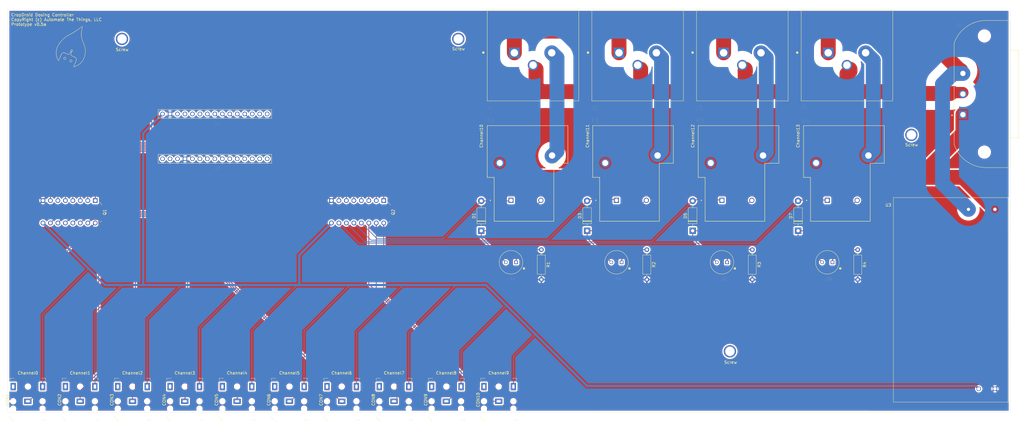
<source format=kicad_pcb>
(kicad_pcb (version 20171130) (host pcbnew 5.1.5-52549c5~84~ubuntu18.04.1)
  (title_block (title "CropDroid Dosing Controller") (date 2020-02-10) (rev 0.4a) (company "Automate The Things, LLC") (comment 3 "License: Proprietary") (comment 4 "Author: Jeremy Hahn"))
  (layers (0 F.Cu signal) (31 B.Cu signal) (34 B.Paste user) (35 F.Paste user) (36 B.SilkS user) (37 F.SilkS user) (38 B.Mask user) (39 F.Mask user) (44 Edge.Cuts user))
  (net 0 "")
  (net 1 "Net-(CON1-Pad1)")
  (net 2 "Net-(CON1-Pad2)")
  (net 3 "Net-(CON1-Pad3)")
  (net 4 "Net-(CON2-Pad3)")
  (net 5 "Net-(CON2-Pad1)")
  (net 6 "Net-(CON3-Pad3)")
  (net 7 "Net-(CON3-Pad1)")
  (net 8 "Net-(CON4-Pad3)")
  (net 9 "Net-(CON4-Pad1)")
  (net 10 "Net-(CON5-Pad1)")
  (net 11 "Net-(CON5-Pad3)")
  (net 12 "Net-(CON6-Pad3)")
  (net 13 "Net-(CON6-Pad1)")
  (net 14 "Net-(CON7-Pad1)")
  (net 15 "Net-(CON7-Pad3)")
  (net 16 "Net-(CON8-Pad3)")
  (net 17 "Net-(CON9-Pad3)")
  (net 18 "Net-(CON9-Pad1)")
  (net 19 "Net-(CON10-Pad1)")
  (net 20 "Net-(CON10-Pad3)")
  (net 21 "Net-(D1-Pad2)")
  (net 22 "Net-(D1-Pad1)")
  (net 23 "Net-(D2-Pad1)")
  (net 24 "Net-(D3-Pad2)")
  (net 25 "Net-(D3-Pad1)")
  (net 26 "Net-(D4-Pad1)")
  (net 27 "Net-(D5-Pad1)")
  (net 28 "Net-(D5-Pad2)")
  (net 29 "Net-(D6-Pad1)")
  (net 30 "Net-(D7-Pad1)")
  (net 31 "Net-(D7-Pad2)")
  (net 32 "Net-(D8-Pad1)")
  (net 33 "Net-(J1-Pad1)")
  (net 34 "Net-(J1-Pad2)")
  (net 35 "Net-(J1-Pad3)")
  (net 36 "Net-(J2-Pad2)")
  (net 37 "Net-(J3-Pad2)")
  (net 38 "Net-(J4-Pad2)")
  (net 39 "Net-(Q1-Pad1)")
  (net 40 "Net-(Q1-Pad2)")
  (net 41 "Net-(Q1-Pad3)")
  (net 42 "Net-(Q1-Pad4)")
  (net 43 "Net-(Q1-Pad5)")
  (net 44 "Net-(Q1-Pad6)")
  (net 45 "Net-(Q1-Pad7)")
  (net 46 GND)
  (net 47 "Net-(Q2-Pad7)")
  (net 48 "Net-(Q2-Pad6)")
  (net 49 "Net-(Q2-Pad5)")
  (net 50 "Net-(Q2-Pad4)")
  (net 51 "Net-(Q2-Pad3)")
  (net 52 "Net-(Q2-Pad2)")
  (net 53 "Net-(Q2-Pad1)")
  (net 54 "Net-(U1-PadP$13)")
  (net 55 "Net-(U1-PadP$3)")
  (net 56 "Net-(U2-PadP$3)")
  (net 57 "Net-(U2-PadP$13)")
  (net 58 "Net-(U2-PadP$14)")
  (net 59 "Net-(U2-PadP$15)")
  (net 60 "Net-(J5-Pad1)")
  (net 61 "Net-(CON8-Pad1)")
  (net 62 "Net-(U2-PadP$2)")
  (net 63 "Net-(U2-PadP$1)")
  (net 64 "Net-(U1-PadP$11)")
  (net 65 "Net-(U1-PadP$10)")
  (net 66 "Net-(U1-PadP$2)")
  (net 67 "Net-(U1-PadP$1)")
  (net 68 "Net-(U1-PadP$12)")
  (module PPTC151LFBN-RC:PPTC151LFBN-RC (layer F.Cu) (at 130.872 83.035 180)
    (fp_text reference U2 (at 16.8653 -3.22461) (layer F.SilkS) (effects (font (size 1.002992 1.002992) (thickness 0.015))))
    (fp_text value PPTC151LFBN-RC)
    (pad P$15 thru_hole circle (at 35.56 0 180) (size 1.53 1.53) (drill 1.02) (layers *.Cu *.Mask) (net 59 "Net-(U2-PadP$15)"))
    (pad P$14 thru_hole circle (at 33.02 0 180) (size 1.53 1.53) (drill 1.02) (layers *.Cu *.Mask) (net 58 "Net-(U2-PadP$14)"))
    (pad P$13 thru_hole circle (at 30.48 0 180) (size 1.53 1.53) (drill 1.02) (layers *.Cu *.Mask) (net 57 "Net-(U2-PadP$13)"))
    (pad P$12 thru_hole circle (at 27.94 0 180) (size 1.53 1.53) (drill 1.02) (layers *.Cu *.Mask) (net 46 GND))
    (pad P$11 thru_hole circle (at 25.4 0 180) (size 1.53 1.53) (drill 1.02) (layers *.Cu *.Mask) (net 39 "Net-(Q1-Pad1)"))
    (pad P$10 thru_hole circle (at 22.86 0 180) (size 1.53 1.53) (drill 1.02) (layers *.Cu *.Mask) (net 40 "Net-(Q1-Pad2)"))
    (pad P$9 thru_hole circle (at 20.32 0 180) (size 1.53 1.53) (drill 1.02) (layers *.Cu *.Mask) (net 41 "Net-(Q1-Pad3)"))
    (pad P$8 thru_hole circle (at 17.78 0 180) (size 1.53 1.53) (drill 1.02) (layers *.Cu *.Mask) (net 42 "Net-(Q1-Pad4)"))
    (pad P$7 thru_hole circle (at 15.24 0 180) (size 1.53 1.53) (drill 1.02) (layers *.Cu *.Mask) (net 43 "Net-(Q1-Pad5)"))
    (pad P$6 thru_hole circle (at 12.7 0 180) (size 1.53 1.53) (drill 1.02) (layers *.Cu *.Mask) (net 44 "Net-(Q1-Pad6)"))
    (pad P$5 thru_hole circle (at 10.16 0 180) (size 1.53 1.53) (drill 1.02) (layers *.Cu *.Mask) (net 45 "Net-(Q1-Pad7)"))
    (pad P$4 thru_hole circle (at 7.62 0 180) (size 1.53 1.53) (drill 1.02) (layers *.Cu *.Mask) (net 53 "Net-(Q2-Pad1)"))
    (pad P$3 thru_hole circle (at 5.08 0 180) (size 1.53 1.53) (drill 1.02) (layers *.Cu *.Mask) (net 56 "Net-(U2-PadP$3)"))
    (pad P$2 thru_hole circle (at 2.54 0 180) (size 1.53 1.53) (drill 1.02) (layers *.Cu *.Mask) (net 62 "Net-(U2-PadP$2)"))
    (pad P$1 thru_hole circle (at 0 0 180) (size 1.53 1.53) (drill 1.02) (layers *.Cu *.Mask) (net 63 "Net-(U2-PadP$1)"))
  )
  (module PPTC151LFBN-RC:PPTC151LFBN-RC (layer F.Cu) (at 130.872 67.795 180)
    (fp_text reference U1 (at 16.8653 -3.22461) (layer F.SilkS) (effects (font (size 1.002992 1.002992) (thickness 0.015))))
    (fp_text value PPTC151LFBN-RC)
    (pad P$15 thru_hole circle (at 35.56 0 180) (size 1.53 1.53) (drill 1.02) (layers *.Cu *.Mask) (net 2 "Net-(CON1-Pad2)"))
    (pad P$14 thru_hole circle (at 33.02 0 180) (size 1.53 1.53) (drill 1.02) (layers *.Cu *.Mask) (net 46 GND))
    (pad P$13 thru_hole circle (at 30.48 0 180) (size 1.53 1.53) (drill 1.02) (layers *.Cu *.Mask) (net 54 "Net-(U1-PadP$13)"))
    (pad P$12 thru_hole circle (at 27.94 0 180) (size 1.53 1.53) (drill 1.02) (layers *.Cu *.Mask) (net 68 "Net-(U1-PadP$12)"))
    (pad P$11 thru_hole circle (at 25.4 0 180) (size 1.53 1.53) (drill 1.02) (layers *.Cu *.Mask) (net 64 "Net-(U1-PadP$11)"))
    (pad P$10 thru_hole circle (at 22.86 0 180) (size 1.53 1.53) (drill 1.02) (layers *.Cu *.Mask) (net 65 "Net-(U1-PadP$10)"))
    (pad P$9 thru_hole circle (at 20.32 0 180) (size 1.53 1.53) (drill 1.02) (layers *.Cu *.Mask) (net 47 "Net-(Q2-Pad7)"))
    (pad P$8 thru_hole circle (at 17.78 0 180) (size 1.53 1.53) (drill 1.02) (layers *.Cu *.Mask) (net 48 "Net-(Q2-Pad6)"))
    (pad P$7 thru_hole circle (at 15.24 0 180) (size 1.53 1.53) (drill 1.02) (layers *.Cu *.Mask) (net 49 "Net-(Q2-Pad5)"))
    (pad P$6 thru_hole circle (at 12.7 0 180) (size 1.53 1.53) (drill 1.02) (layers *.Cu *.Mask) (net 50 "Net-(Q2-Pad4)"))
    (pad P$5 thru_hole circle (at 10.16 0 180) (size 1.53 1.53) (drill 1.02) (layers *.Cu *.Mask) (net 51 "Net-(Q2-Pad3)"))
    (pad P$4 thru_hole circle (at 7.62 0 180) (size 1.53 1.53) (drill 1.02) (layers *.Cu *.Mask) (net 52 "Net-(Q2-Pad2)"))
    (pad P$3 thru_hole circle (at 5.08 0 180) (size 1.53 1.53) (drill 1.02) (layers *.Cu *.Mask) (net 55 "Net-(U1-PadP$3)"))
    (pad P$2 thru_hole circle (at 2.54 0 180) (size 1.53 1.53) (drill 1.02) (layers *.Cu *.Mask) (net 66 "Net-(U1-PadP$2)"))
    (pad P$1 thru_hole circle (at 0 0 180) (size 1.53 1.53) (drill 1.02) (layers *.Cu *.Mask) (net 67 "Net-(U1-PadP$1)"))
  )
  (module QUALTEK_703W-00:QUALTEK_703W-00_52 (layer F.Cu) (at 367.33988 68.01866 90)
    (fp_text reference J5 (at 30.44952 -1.51384 180) (layer F.SilkS) (effects (font (size 1.001969 1.001969) (thickness 0.015))))
    (fp_text value 703W-00_52)
    (pad None np_thru_hole circle (at -12.75 7.3 90) (size 3.5 3.5) (drill 3.5) (layers *.Cu *.Mask))
    (pad None np_thru_hole circle (at 26.75 7.3 90) (size 3.5 3.5) (drill 3.5) (layers *.Cu *.Mask))
    (pad 1 thru_hole rect (at 0 0 90) (size 2.7 2.7) (drill 1.8) (layers *.Cu *.Mask) (net 60 "Net-(J5-Pad1)"))
    (pad 2 thru_hole circle (at 7 0 90) (size 2.7 2.7) (drill 1.8) (layers *.Cu *.Mask) (net 35 "Net-(J1-Pad3)"))
    (pad 3 thru_hole circle (at 14 0 90) (size 2.7 2.7) (drill 1.8) (layers *.Cu *.Mask) (net 33 "Net-(J1-Pad1)"))
  )
  (module digikey-footprints:Headphone_Jack_3.5mm_SJ1-3523N (layer F.Cu) (at 49.534 160.441 90)
    (fp_text reference CON1 (at -4.5 -7 90) (layer F.SilkS))
    (fp_text value SJ1-3523N)
    (pad "" np_thru_hole circle (at -7.5 5 90) (size 1.2 1.2) (drill 1.2) (layers *.Cu *.Mask))
    (pad "" np_thru_hole circle (at -5 5 90) (size 1.2 1.2) (drill 1.2) (layers *.Cu *.Mask))
    (pad "" np_thru_hole circle (at -7.5 -5 90) (size 1.2 1.2) (drill 1.2) (layers *.Cu *.Mask))
    (pad "" np_thru_hole circle (at -5 -5 90) (size 1.2 1.2) (drill 1.2) (layers *.Cu *.Mask))
    (pad "" np_thru_hole circle (at 0 0 90) (size 1.2 1.2) (drill 1.2) (layers *.Cu *.Mask))
    (pad 1 thru_hole rect (at -5 0 90) (size 1.8 2.5) (drill oval 0.8 1.5) (layers *.Cu *.Mask) (net 1 "Net-(CON1-Pad1)"))
    (pad 2 thru_hole rect (at 0 5 90) (size 2.5 1.8) (drill oval 1.5 0.8) (layers *.Cu *.Mask) (net 2 "Net-(CON1-Pad2)"))
    (pad 3 thru_hole rect (at 0 -5 90) (size 2.5 1.8) (drill oval 1.5 0.8) (layers *.Cu *.Mask) (net 3 "Net-(CON1-Pad3)"))
  )
  (module digikey-footprints:DIP-16_W7.62mm (layer F.Cu) (at 170.48988 97.22866 270)
    (fp_text reference Q2 (at 3.94 -3.2 90) (layer F.SilkS))
    (fp_text value ULN2003AN)
    (pad 9 thru_hole circle (at 7.62 17.78 270) (size 1.6 1.6) (drill 1) (layers *.Cu *.Mask) (net 2 "Net-(CON1-Pad2)"))
    (pad 8 thru_hole circle (at 0 17.78 270) (size 1.6 1.6) (drill 1) (layers *.Cu *.Mask) (net 46 GND))
    (pad 16 thru_hole circle (at 7.62 0 270) (size 1.6 1.6) (drill 1) (layers *.Cu *.Mask) (net 19 "Net-(CON10-Pad1)"))
    (pad 15 thru_hole circle (at 7.62 2.54 270) (size 1.6 1.6) (drill 1) (layers *.Cu *.Mask) (net 18 "Net-(CON9-Pad1)"))
    (pad 14 thru_hole circle (at 7.62 5.08 270) (size 1.6 1.6) (drill 1) (layers *.Cu *.Mask) (net 61 "Net-(CON8-Pad1)"))
    (pad 13 thru_hole circle (at 7.62 7.62 270) (size 1.6 1.6) (drill 1) (layers *.Cu *.Mask) (net 21 "Net-(D1-Pad2)"))
    (pad 12 thru_hole circle (at 7.62 10.16 270) (size 1.6 1.6) (drill 1) (layers *.Cu *.Mask) (net 24 "Net-(D3-Pad2)"))
    (pad 11 thru_hole circle (at 7.62 12.7 270) (size 1.6 1.6) (drill 1) (layers *.Cu *.Mask) (net 28 "Net-(D5-Pad2)"))
    (pad 10 thru_hole circle (at 7.62 15.24 270) (size 1.6 1.6) (drill 1) (layers *.Cu *.Mask) (net 31 "Net-(D7-Pad2)"))
    (pad 7 thru_hole circle (at 0 15.24 270) (size 1.6 1.6) (drill 1) (layers *.Cu *.Mask) (net 47 "Net-(Q2-Pad7)"))
    (pad 6 thru_hole circle (at 0 12.7 270) (size 1.6 1.6) (drill 1) (layers *.Cu *.Mask) (net 48 "Net-(Q2-Pad6)"))
    (pad 5 thru_hole circle (at 0 10.16 270) (size 1.6 1.6) (drill 1) (layers *.Cu *.Mask) (net 49 "Net-(Q2-Pad5)"))
    (pad 4 thru_hole circle (at 0 7.62 270) (size 1.6 1.6) (drill 1) (layers *.Cu *.Mask) (net 50 "Net-(Q2-Pad4)"))
    (pad 3 thru_hole circle (at 0 5.08 270) (size 1.6 1.6) (drill 1) (layers *.Cu *.Mask) (net 51 "Net-(Q2-Pad3)"))
    (pad 2 thru_hole circle (at 0 2.54 270) (size 1.6 1.6) (drill 1) (layers *.Cu *.Mask) (net 52 "Net-(Q2-Pad2)"))
    (pad 1 thru_hole rect (at 0 0 270) (size 1.6 1.6) (drill 1) (layers *.Cu *.Mask) (net 53 "Net-(Q2-Pad1)"))
  )
  (module drill-hole:Drill_Hole (layer F.Cu) (at 199.99452 43.1292)
    (fp_text reference Screw (at -4.10464 2.53746) (layer F.SilkS))
    (fp_text value Drill)
    (pad 1 thru_hole circle (at -4.16052 -0.8382) (size 4.199999 4.199999) (drill 3.200001) (layers *.Cu *.Mask))
  )
  (module drill-hole:Drill_Hole (layer F.Cu) (at 288.1503 148.47316)
    (fp_text reference Screw (at 0.21336 3.72364) (layer F.SilkS))
    (fp_text value Drill)
    (pad 1 thru_hole circle (at 0 0) (size 4.2 4.2) (drill 3.2) (layers *.Cu *.Mask))
  )
  (module drill-hole:Drill_Hole (layer F.Cu) (at 349.82 74.907)
    (fp_text reference Screw (at 0.05588 3.37566) (layer F.SilkS))
    (fp_text value Drill)
    (pad 1 thru_hole circle (at 0 0) (size 4.2 4.2) (drill 3.2) (layers *.Cu *.Mask))
  )
  (module drill-hole:Drill_Hole (layer F.Cu) (at 83.34248 42.11828)
    (fp_text reference Screw (at -1.7526 3.80238) (layer F.SilkS))
    (fp_text value Drill)
    (pad 1 thru_hole circle (at -1.80848 0.17272) (size 4.199999 4.199999) (drill 3.200001) (layers *.Cu *.Mask))
  )
  (module libraries:cropdroid_logo (layer F.Cu) (at 64.10452 44.8945)
    (fp_text reference G*** hide)
    (fp_text value LOGO hide)
  )
  (module digikey-footprints:Headphone_Jack_3.5mm_SJ1-3523N (layer F.Cu) (at 67.31 160.441 90)
    (fp_text reference CON2 (at -4.5 -7 90) (layer F.SilkS))
    (fp_text value SJ1-3523N)
    (pad "" np_thru_hole circle (at -7.5 5 90) (size 1.2 1.2) (drill 1.2) (layers *.Cu *.Mask))
    (pad "" np_thru_hole circle (at -5 5 90) (size 1.2 1.2) (drill 1.2) (layers *.Cu *.Mask))
    (pad "" np_thru_hole circle (at -7.5 -5 90) (size 1.2 1.2) (drill 1.2) (layers *.Cu *.Mask))
    (pad "" np_thru_hole circle (at -5 -5 90) (size 1.2 1.2) (drill 1.2) (layers *.Cu *.Mask))
    (pad "" np_thru_hole circle (at 0 0 90) (size 1.2 1.2) (drill 1.2) (layers *.Cu *.Mask))
    (pad 1 thru_hole rect (at -5 0 90) (size 1.8 2.5) (drill oval 0.8 1.5) (layers *.Cu *.Mask) (net 5 "Net-(CON2-Pad1)"))
    (pad 2 thru_hole rect (at 0 5 90) (size 2.5 1.8) (drill oval 1.5 0.8) (layers *.Cu *.Mask) (net 2 "Net-(CON1-Pad2)"))
    (pad 3 thru_hole rect (at 0 -5 90) (size 2.5 1.8) (drill oval 1.5 0.8) (layers *.Cu *.Mask) (net 4 "Net-(CON2-Pad3)"))
  )
  (module digikey-footprints:Headphone_Jack_3.5mm_SJ1-3523N (layer F.Cu) (at 85.09 160.441 90)
    (fp_text reference CON3 (at -4.5 -7 90) (layer F.SilkS))
    (fp_text value SJ1-3523N)
    (pad "" np_thru_hole circle (at -7.5 5 90) (size 1.2 1.2) (drill 1.2) (layers *.Cu *.Mask))
    (pad "" np_thru_hole circle (at -5 5 90) (size 1.2 1.2) (drill 1.2) (layers *.Cu *.Mask))
    (pad "" np_thru_hole circle (at -7.5 -5 90) (size 1.2 1.2) (drill 1.2) (layers *.Cu *.Mask))
    (pad "" np_thru_hole circle (at -5 -5 90) (size 1.2 1.2) (drill 1.2) (layers *.Cu *.Mask))
    (pad "" np_thru_hole circle (at 0 0 90) (size 1.2 1.2) (drill 1.2) (layers *.Cu *.Mask))
    (pad 1 thru_hole rect (at -5 0 90) (size 1.8 2.5) (drill oval 0.8 1.5) (layers *.Cu *.Mask) (net 7 "Net-(CON3-Pad1)"))
    (pad 2 thru_hole rect (at 0 5 90) (size 2.5 1.8) (drill oval 1.5 0.8) (layers *.Cu *.Mask) (net 2 "Net-(CON1-Pad2)"))
    (pad 3 thru_hole rect (at 0 -5 90) (size 2.5 1.8) (drill oval 1.5 0.8) (layers *.Cu *.Mask) (net 6 "Net-(CON3-Pad3)"))
  )
  (module digikey-footprints:Headphone_Jack_3.5mm_SJ1-3523N (layer F.Cu) (at 102.87 160.441 90)
    (fp_text reference CON4 (at -4.5 -7 90) (layer F.SilkS))
    (fp_text value SJ1-3523N)
    (pad "" np_thru_hole circle (at -7.5 5 90) (size 1.2 1.2) (drill 1.2) (layers *.Cu *.Mask))
    (pad "" np_thru_hole circle (at -5 5 90) (size 1.2 1.2) (drill 1.2) (layers *.Cu *.Mask))
    (pad "" np_thru_hole circle (at -7.5 -5 90) (size 1.2 1.2) (drill 1.2) (layers *.Cu *.Mask))
    (pad "" np_thru_hole circle (at -5 -5 90) (size 1.2 1.2) (drill 1.2) (layers *.Cu *.Mask))
    (pad "" np_thru_hole circle (at 0 0 90) (size 1.2 1.2) (drill 1.2) (layers *.Cu *.Mask))
    (pad 1 thru_hole rect (at -5 0 90) (size 1.8 2.5) (drill oval 0.8 1.5) (layers *.Cu *.Mask) (net 9 "Net-(CON4-Pad1)"))
    (pad 2 thru_hole rect (at 0 5 90) (size 2.5 1.8) (drill oval 1.5 0.8) (layers *.Cu *.Mask) (net 2 "Net-(CON1-Pad2)"))
    (pad 3 thru_hole rect (at 0 -5 90) (size 2.5 1.8) (drill oval 1.5 0.8) (layers *.Cu *.Mask) (net 8 "Net-(CON4-Pad3)"))
  )
  (module digikey-footprints:Headphone_Jack_3.5mm_SJ1-3523N (layer F.Cu) (at 120.65 160.441 90)
    (fp_text reference CON5 (at -4.5 -7 90) (layer F.SilkS))
    (fp_text value SJ1-3523N)
    (pad "" np_thru_hole circle (at -7.5 5 90) (size 1.2 1.2) (drill 1.2) (layers *.Cu *.Mask))
    (pad "" np_thru_hole circle (at -5 5 90) (size 1.2 1.2) (drill 1.2) (layers *.Cu *.Mask))
    (pad "" np_thru_hole circle (at -7.5 -5 90) (size 1.2 1.2) (drill 1.2) (layers *.Cu *.Mask))
    (pad "" np_thru_hole circle (at -5 -5 90) (size 1.2 1.2) (drill 1.2) (layers *.Cu *.Mask))
    (pad "" np_thru_hole circle (at 0 0 90) (size 1.2 1.2) (drill 1.2) (layers *.Cu *.Mask))
    (pad 1 thru_hole rect (at -5 0 90) (size 1.8 2.5) (drill oval 0.8 1.5) (layers *.Cu *.Mask) (net 10 "Net-(CON5-Pad1)"))
    (pad 2 thru_hole rect (at 0 5 90) (size 2.5 1.8) (drill oval 1.5 0.8) (layers *.Cu *.Mask) (net 2 "Net-(CON1-Pad2)"))
    (pad 3 thru_hole rect (at 0 -5 90) (size 2.5 1.8) (drill oval 1.5 0.8) (layers *.Cu *.Mask) (net 11 "Net-(CON5-Pad3)"))
  )
  (module digikey-footprints:Headphone_Jack_3.5mm_SJ1-3523N (layer F.Cu) (at 138.43 160.441 90)
    (fp_text reference CON6 (at -4.5 -7 90) (layer F.SilkS))
    (fp_text value SJ1-3523N)
    (pad "" np_thru_hole circle (at -7.5 5 90) (size 1.2 1.2) (drill 1.2) (layers *.Cu *.Mask))
    (pad "" np_thru_hole circle (at -5 5 90) (size 1.2 1.2) (drill 1.2) (layers *.Cu *.Mask))
    (pad "" np_thru_hole circle (at -7.5 -5 90) (size 1.2 1.2) (drill 1.2) (layers *.Cu *.Mask))
    (pad "" np_thru_hole circle (at -5 -5 90) (size 1.2 1.2) (drill 1.2) (layers *.Cu *.Mask))
    (pad "" np_thru_hole circle (at 0 0 90) (size 1.2 1.2) (drill 1.2) (layers *.Cu *.Mask))
    (pad 1 thru_hole rect (at -5 0 90) (size 1.8 2.5) (drill oval 0.8 1.5) (layers *.Cu *.Mask) (net 13 "Net-(CON6-Pad1)"))
    (pad 2 thru_hole rect (at 0 5 90) (size 2.5 1.8) (drill oval 1.5 0.8) (layers *.Cu *.Mask) (net 2 "Net-(CON1-Pad2)"))
    (pad 3 thru_hole rect (at 0 -5 90) (size 2.5 1.8) (drill oval 1.5 0.8) (layers *.Cu *.Mask) (net 12 "Net-(CON6-Pad3)"))
  )
  (module digikey-footprints:Headphone_Jack_3.5mm_SJ1-3523N (layer F.Cu) (at 156.21 160.441 90)
    (fp_text reference CON7 (at -4.5 -7 90) (layer F.SilkS))
    (fp_text value SJ1-3523N)
    (pad "" np_thru_hole circle (at -7.5 5 90) (size 1.2 1.2) (drill 1.2) (layers *.Cu *.Mask))
    (pad "" np_thru_hole circle (at -5 5 90) (size 1.2 1.2) (drill 1.2) (layers *.Cu *.Mask))
    (pad "" np_thru_hole circle (at -7.5 -5 90) (size 1.2 1.2) (drill 1.2) (layers *.Cu *.Mask))
    (pad "" np_thru_hole circle (at -5 -5 90) (size 1.2 1.2) (drill 1.2) (layers *.Cu *.Mask))
    (pad "" np_thru_hole circle (at 0 0 90) (size 1.2 1.2) (drill 1.2) (layers *.Cu *.Mask))
    (pad 1 thru_hole rect (at -5 0 90) (size 1.8 2.5) (drill oval 0.8 1.5) (layers *.Cu *.Mask) (net 14 "Net-(CON7-Pad1)"))
    (pad 2 thru_hole rect (at 0 5 90) (size 2.5 1.8) (drill oval 1.5 0.8) (layers *.Cu *.Mask) (net 2 "Net-(CON1-Pad2)"))
    (pad 3 thru_hole rect (at 0 -5 90) (size 2.5 1.8) (drill oval 1.5 0.8) (layers *.Cu *.Mask) (net 15 "Net-(CON7-Pad3)"))
  )
  (module digikey-footprints:Headphone_Jack_3.5mm_SJ1-3523N (layer F.Cu) (at 173.99 160.441 90)
    (fp_text reference CON8 (at -4.5 -7 90) (layer F.SilkS))
    (fp_text value SJ1-3523N)
    (pad "" np_thru_hole circle (at -7.5 5 90) (size 1.2 1.2) (drill 1.2) (layers *.Cu *.Mask))
    (pad "" np_thru_hole circle (at -5 5 90) (size 1.2 1.2) (drill 1.2) (layers *.Cu *.Mask))
    (pad "" np_thru_hole circle (at -7.5 -5 90) (size 1.2 1.2) (drill 1.2) (layers *.Cu *.Mask))
    (pad "" np_thru_hole circle (at -5 -5 90) (size 1.2 1.2) (drill 1.2) (layers *.Cu *.Mask))
    (pad "" np_thru_hole circle (at 0 0 90) (size 1.2 1.2) (drill 1.2) (layers *.Cu *.Mask))
    (pad 1 thru_hole rect (at -5 0 90) (size 1.8 2.5) (drill oval 0.8 1.5) (layers *.Cu *.Mask) (net 61 "Net-(CON8-Pad1)"))
    (pad 2 thru_hole rect (at 0 5 90) (size 2.5 1.8) (drill oval 1.5 0.8) (layers *.Cu *.Mask) (net 2 "Net-(CON1-Pad2)"))
    (pad 3 thru_hole rect (at 0 -5 90) (size 2.5 1.8) (drill oval 1.5 0.8) (layers *.Cu *.Mask) (net 16 "Net-(CON8-Pad3)"))
  )
  (module digikey-footprints:Headphone_Jack_3.5mm_SJ1-3523N (layer F.Cu) (at 191.77 160.441 90)
    (fp_text reference CON9 (at -4.5 -7 90) (layer F.SilkS))
    (fp_text value SJ1-3523N)
    (pad "" np_thru_hole circle (at -7.5 5 90) (size 1.2 1.2) (drill 1.2) (layers *.Cu *.Mask))
    (pad "" np_thru_hole circle (at -5 5 90) (size 1.2 1.2) (drill 1.2) (layers *.Cu *.Mask))
    (pad "" np_thru_hole circle (at -7.5 -5 90) (size 1.2 1.2) (drill 1.2) (layers *.Cu *.Mask))
    (pad "" np_thru_hole circle (at -5 -5 90) (size 1.2 1.2) (drill 1.2) (layers *.Cu *.Mask))
    (pad "" np_thru_hole circle (at 0 0 90) (size 1.2 1.2) (drill 1.2) (layers *.Cu *.Mask))
    (pad 1 thru_hole rect (at -5 0 90) (size 1.8 2.5) (drill oval 0.8 1.5) (layers *.Cu *.Mask) (net 18 "Net-(CON9-Pad1)"))
    (pad 2 thru_hole rect (at 0 5 90) (size 2.5 1.8) (drill oval 1.5 0.8) (layers *.Cu *.Mask) (net 2 "Net-(CON1-Pad2)"))
    (pad 3 thru_hole rect (at 0 -5 90) (size 2.5 1.8) (drill oval 1.5 0.8) (layers *.Cu *.Mask) (net 17 "Net-(CON9-Pad3)"))
  )
  (module digikey-footprints:Headphone_Jack_3.5mm_SJ1-3523N (layer F.Cu) (at 209.55 160.441 90)
    (fp_text reference CON10 (at -4.5 -7 90) (layer F.SilkS))
    (fp_text value SJ1-3523N)
    (pad "" np_thru_hole circle (at -7.5 5 90) (size 1.2 1.2) (drill 1.2) (layers *.Cu *.Mask))
    (pad "" np_thru_hole circle (at -5 5 90) (size 1.2 1.2) (drill 1.2) (layers *.Cu *.Mask))
    (pad "" np_thru_hole circle (at -7.5 -5 90) (size 1.2 1.2) (drill 1.2) (layers *.Cu *.Mask))
    (pad "" np_thru_hole circle (at -5 -5 90) (size 1.2 1.2) (drill 1.2) (layers *.Cu *.Mask))
    (pad "" np_thru_hole circle (at 0 0 90) (size 1.2 1.2) (drill 1.2) (layers *.Cu *.Mask))
    (pad 1 thru_hole rect (at -5 0 90) (size 1.8 2.5) (drill oval 0.8 1.5) (layers *.Cu *.Mask) (net 19 "Net-(CON10-Pad1)"))
    (pad 2 thru_hole rect (at 0 5 90) (size 2.5 1.8) (drill oval 1.5 0.8) (layers *.Cu *.Mask) (net 2 "Net-(CON1-Pad2)"))
    (pad 3 thru_hole rect (at 0 -5 90) (size 2.5 1.8) (drill oval 1.5 0.8) (layers *.Cu *.Mask) (net 20 "Net-(CON10-Pad3)"))
  )
  (module Diode_THT:D_DO-41_SOD81_P10.16mm_Horizontal (layer F.Cu) (at 203.63434 107.48772 90)
    (fp_text reference D1 (at 5.08 -2.47 90) (layer F.SilkS))
    (fp_text value 1N4001)
    (pad 2 thru_hole oval (at 10.16 0 90) (size 2.2 2.2) (drill 1.1) (layers *.Cu *.Mask) (net 21 "Net-(D1-Pad2)"))
    (pad 1 thru_hole rect (at 0 0 90) (size 2.2 2.2) (drill 1.1) (layers *.Cu *.Mask) (net 22 "Net-(D1-Pad1)"))
  )
  (module libraries:CAPPRD350W60D800H2000 (layer F.Cu) (at 213.734 118.20398 180)
    (fp_text reference D2 (at -0.635 -5.715) (layer F.SilkS) (effects (font (thickness 0.015))))
    (fp_text value LED)
    (pad 2 thru_hole circle (at 1.75 0 180) (size 1.23 1.23) (drill 0.82) (layers *.Cu *.Mask) (net 22 "Net-(D1-Pad1)"))
    (pad 1 thru_hole rect (at -1.75 0 180) (size 1.23 1.23) (drill 0.82) (layers *.Cu *.Mask) (net 23 "Net-(D2-Pad1)"))
  )
  (module Diode_THT:D_DO-41_SOD81_P10.16mm_Horizontal (layer F.Cu) (at 239.61598 107.48772 90)
    (fp_text reference D3 (at 5.08 -2.47 90) (layer F.SilkS))
    (fp_text value 1N4001)
    (pad 2 thru_hole oval (at 10.16 0 90) (size 2.2 2.2) (drill 1.1) (layers *.Cu *.Mask) (net 24 "Net-(D3-Pad2)"))
    (pad 1 thru_hole rect (at 0 0 90) (size 2.2 2.2) (drill 1.1) (layers *.Cu *.Mask) (net 25 "Net-(D3-Pad1)"))
  )
  (module libraries:CAPPRD350W60D800H2000 (layer F.Cu) (at 249.584 118.20398 180)
    (fp_text reference D4 (at -0.635 -5.715) (layer F.SilkS) (effects (font (thickness 0.015))))
    (fp_text value LED)
    (pad 2 thru_hole circle (at 1.75 0 180) (size 1.23 1.23) (drill 0.82) (layers *.Cu *.Mask) (net 25 "Net-(D3-Pad1)"))
    (pad 1 thru_hole rect (at -1.75 0 180) (size 1.23 1.23) (drill 0.82) (layers *.Cu *.Mask) (net 26 "Net-(D4-Pad1)"))
  )
  (module Diode_THT:D_DO-41_SOD81_P10.16mm_Horizontal (layer F.Cu) (at 275.48332 107.48772 90)
    (fp_text reference D5 (at 5.08 -2.47 90) (layer F.SilkS))
    (fp_text value 1N4001)
    (pad 2 thru_hole oval (at 10.16 0 90) (size 2.2 2.2) (drill 1.1) (layers *.Cu *.Mask) (net 28 "Net-(D5-Pad2)"))
    (pad 1 thru_hole rect (at 0 0 90) (size 2.2 2.2) (drill 1.1) (layers *.Cu *.Mask) (net 27 "Net-(D5-Pad1)"))
  )
  (module libraries:CAPPRD350W60D800H2000 (layer F.Cu) (at 285.434 118.20398 180)
    (fp_text reference D6 (at -0.635 -5.715) (layer F.SilkS) (effects (font (thickness 0.015))))
    (fp_text value LED)
    (pad 2 thru_hole circle (at 1.75 0 180) (size 1.23 1.23) (drill 0.82) (layers *.Cu *.Mask) (net 27 "Net-(D5-Pad1)"))
    (pad 1 thru_hole rect (at -1.75 0 180) (size 1.23 1.23) (drill 0.82) (layers *.Cu *.Mask) (net 29 "Net-(D6-Pad1)"))
  )
  (module Diode_THT:D_DO-41_SOD81_P10.16mm_Horizontal (layer F.Cu) (at 311.32272 107.48772 90)
    (fp_text reference D7 (at 5.08 -2.47 90) (layer F.SilkS))
    (fp_text value 1N4001)
    (pad 2 thru_hole oval (at 10.16 0 90) (size 2.2 2.2) (drill 1.1) (layers *.Cu *.Mask) (net 31 "Net-(D7-Pad2)"))
    (pad 1 thru_hole rect (at 0 0 90) (size 2.2 2.2) (drill 1.1) (layers *.Cu *.Mask) (net 30 "Net-(D7-Pad1)"))
  )
  (module libraries:CAPPRD350W60D800H2000 (layer F.Cu) (at 321.248 118.20398 180)
    (fp_text reference D8 (at -0.635 -5.715) (layer F.SilkS) (effects (font (thickness 0.015))))
    (fp_text value LED)
    (pad 2 thru_hole circle (at 1.75 0 180) (size 1.23 1.23) (drill 0.82) (layers *.Cu *.Mask) (net 30 "Net-(D7-Pad1)"))
    (pad 1 thru_hole rect (at -1.75 0 180) (size 1.23 1.23) (drill 0.82) (layers *.Cu *.Mask) (net 32 "Net-(D8-Pad1)"))
  )
  (module 3-213598-2:TE_3-213598-2 (layer F.Cu) (at 221.234 47.811)
    (fp_text reference J1 (at -14.67 17.952) (layer F.SilkS) (effects (font (size 1.320047 1.320047) (thickness 0.015))))
    (fp_text value 3-213598-2)
    (pad 3 thru_hole circle (at 0 3.38) (size 3.556 3.556) (drill 2.54) (layers *.Cu *.Mask) (net 35 "Net-(J1-Pad3)"))
    (pad 2 thru_hole circle (at 6.35 -0.81) (size 3.556 3.556) (drill 2.54) (layers *.Cu *.Mask) (net 34 "Net-(J1-Pad2)"))
    (pad 1 thru_hole rect (at -6.35 -0.81) (size 3.556 3.556) (drill 2.54) (layers *.Cu *.Mask) (net 33 "Net-(J1-Pad1)"))
  )
  (module 3-213598-2:TE_3-213598-2 (layer F.Cu) (at 256.794 47.811)
    (fp_text reference J2 (at -14.67 17.952) (layer F.SilkS) (effects (font (size 1.320047 1.320047) (thickness 0.015))))
    (fp_text value 3-213598-2)
    (pad 3 thru_hole circle (at 0 3.38) (size 3.556 3.556) (drill 2.54) (layers *.Cu *.Mask) (net 35 "Net-(J1-Pad3)"))
    (pad 2 thru_hole circle (at 6.35 -0.81) (size 3.556 3.556) (drill 2.54) (layers *.Cu *.Mask) (net 36 "Net-(J2-Pad2)"))
    (pad 1 thru_hole rect (at -6.35 -0.81) (size 3.556 3.556) (drill 2.54) (layers *.Cu *.Mask) (net 33 "Net-(J1-Pad1)"))
  )
  (module 3-213598-2:TE_3-213598-2 (layer F.Cu) (at 292.354 47.811)
    (fp_text reference J3 (at -14.67 17.952) (layer F.SilkS) (effects (font (size 1.320047 1.320047) (thickness 0.015))))
    (fp_text value 3-213598-2)
    (pad 3 thru_hole circle (at 0 3.38) (size 3.556 3.556) (drill 2.54) (layers *.Cu *.Mask) (net 35 "Net-(J1-Pad3)"))
    (pad 2 thru_hole circle (at 6.35 -0.81) (size 3.556 3.556) (drill 2.54) (layers *.Cu *.Mask) (net 37 "Net-(J3-Pad2)"))
    (pad 1 thru_hole rect (at -6.35 -0.81) (size 3.556 3.556) (drill 2.54) (layers *.Cu *.Mask) (net 33 "Net-(J1-Pad1)"))
  )
  (module 3-213598-2:TE_3-213598-2 (layer F.Cu) (at 327.914 47.811)
    (fp_text reference J4 (at -14.67 17.698) (layer F.SilkS) (effects (font (size 1.320047 1.320047) (thickness 0.015))))
    (fp_text value 3-213598-2)
    (pad 3 thru_hole circle (at 0 3.38) (size 3.556 3.556) (drill 2.54) (layers *.Cu *.Mask) (net 35 "Net-(J1-Pad3)"))
    (pad 2 thru_hole circle (at 6.35 -0.81) (size 3.556 3.556) (drill 2.54) (layers *.Cu *.Mask) (net 38 "Net-(J4-Pad2)"))
    (pad 1 thru_hole rect (at -6.35 -0.81) (size 3.556 3.556) (drill 2.54) (layers *.Cu *.Mask) (net 33 "Net-(J1-Pad1)"))
  )
  (module T9AS1D12-15:RELAY_T9AS1D12-15 (layer F.Cu) (at 213.734 97.155)
    (fp_text reference K1 (at -6.916 -27.26) (layer F.SilkS) (effects (font (size 1.395488 1.395488) (thickness 0.015))))
    (fp_text value T9AS1D12-15)
    (pad 4 thru_hole circle (at 13.97 -15.24) (size 3.29 3.29) (drill 2.19) (layers *.Cu *.Mask) (net 34 "Net-(J1-Pad2)"))
    (pad 3 thru_hole circle (at -3.81 -12.7) (size 3.09 3.09) (drill 2.06) (layers *.Cu *.Mask) (net 60 "Net-(J5-Pad1)"))
    (pad 1 thru_hole rect (at 0 0) (size 1.76 1.76) (drill 1.17) (layers *.Cu *.Mask) (net 21 "Net-(D1-Pad2)"))
    (pad 2 thru_hole circle (at 10.16 0) (size 1.76 1.76) (drill 1.17) (layers *.Cu *.Mask) (net 22 "Net-(D1-Pad1)"))
  )
  (module T9AS1D12-15:RELAY_T9AS1D12-15 (layer F.Cu) (at 249.584 97.155)
    (fp_text reference K2 (at -7.206 -27.220035) (layer F.SilkS) (effects (font (size 1.395488 1.395488) (thickness 0.015))))
    (fp_text value T9AS1D12-15)
    (pad 4 thru_hole circle (at 13.97 -15.24) (size 3.29 3.29) (drill 2.19) (layers *.Cu *.Mask) (net 36 "Net-(J2-Pad2)"))
    (pad 3 thru_hole circle (at -3.81 -12.7) (size 3.09 3.09) (drill 2.06) (layers *.Cu *.Mask) (net 60 "Net-(J5-Pad1)"))
    (pad 1 thru_hole rect (at 0 0) (size 1.76 1.76) (drill 1.17) (layers *.Cu *.Mask) (net 24 "Net-(D3-Pad2)"))
    (pad 2 thru_hole circle (at 10.16 0) (size 1.76 1.76) (drill 1.17) (layers *.Cu *.Mask) (net 25 "Net-(D3-Pad1)"))
  )
  (module T9AS1D12-15:RELAY_T9AS1D12-15 (layer F.Cu) (at 285.434 97.155)
    (fp_text reference K3 (at -7.496 -27.164) (layer F.SilkS) (effects (font (size 1.395488 1.395488) (thickness 0.015))))
    (fp_text value T9AS1D12-15)
    (pad 4 thru_hole circle (at 13.97 -15.24) (size 3.29 3.29) (drill 2.19) (layers *.Cu *.Mask) (net 37 "Net-(J3-Pad2)"))
    (pad 3 thru_hole circle (at -3.81 -12.7) (size 3.09 3.09) (drill 2.06) (layers *.Cu *.Mask) (net 60 "Net-(J5-Pad1)"))
    (pad 1 thru_hole rect (at 0 0) (size 1.76 1.76) (drill 1.17) (layers *.Cu *.Mask) (net 28 "Net-(D5-Pad2)"))
    (pad 2 thru_hole circle (at 10.16 0) (size 1.76 1.76) (drill 1.17) (layers *.Cu *.Mask) (net 27 "Net-(D5-Pad1)"))
  )
  (module T9AS1D12-15:RELAY_T9AS1D12-15 (layer F.Cu) (at 321.248 97.155)
    (fp_text reference K4 (at -7.496 -26.96) (layer F.SilkS) (effects (font (size 1.395488 1.395488) (thickness 0.015))))
    (fp_text value T9AS1D12-15)
    (pad 4 thru_hole circle (at 13.97 -15.24) (size 3.29 3.29) (drill 2.19) (layers *.Cu *.Mask) (net 38 "Net-(J4-Pad2)"))
    (pad 3 thru_hole circle (at -3.81 -12.7) (size 3.09 3.09) (drill 2.06) (layers *.Cu *.Mask) (net 60 "Net-(J5-Pad1)"))
    (pad 1 thru_hole rect (at 0 0) (size 1.76 1.76) (drill 1.17) (layers *.Cu *.Mask) (net 31 "Net-(D7-Pad2)"))
    (pad 2 thru_hole circle (at 10.16 0) (size 1.76 1.76) (drill 1.17) (layers *.Cu *.Mask) (net 30 "Net-(D7-Pad1)"))
  )
  (module digikey-footprints:DIP-16_W7.62mm (layer F.Cu) (at 72.44588 97.22866 270)
    (fp_text reference Q1 (at 3.94 -3.2 90) (layer F.SilkS))
    (fp_text value ULN2003AN)
    (pad 9 thru_hole circle (at 7.62 17.78 270) (size 1.6 1.6) (drill 1) (layers *.Cu *.Mask) (net 2 "Net-(CON1-Pad2)"))
    (pad 8 thru_hole circle (at 0 17.78 270) (size 1.6 1.6) (drill 1) (layers *.Cu *.Mask) (net 46 GND))
    (pad 16 thru_hole circle (at 7.62 0 270) (size 1.6 1.6) (drill 1) (layers *.Cu *.Mask) (net 1 "Net-(CON1-Pad1)"))
    (pad 15 thru_hole circle (at 7.62 2.54 270) (size 1.6 1.6) (drill 1) (layers *.Cu *.Mask) (net 5 "Net-(CON2-Pad1)"))
    (pad 14 thru_hole circle (at 7.62 5.08 270) (size 1.6 1.6) (drill 1) (layers *.Cu *.Mask) (net 7 "Net-(CON3-Pad1)"))
    (pad 13 thru_hole circle (at 7.62 7.62 270) (size 1.6 1.6) (drill 1) (layers *.Cu *.Mask) (net 9 "Net-(CON4-Pad1)"))
    (pad 12 thru_hole circle (at 7.62 10.16 270) (size 1.6 1.6) (drill 1) (layers *.Cu *.Mask) (net 10 "Net-(CON5-Pad1)"))
    (pad 11 thru_hole circle (at 7.62 12.7 270) (size 1.6 1.6) (drill 1) (layers *.Cu *.Mask) (net 13 "Net-(CON6-Pad1)"))
    (pad 10 thru_hole circle (at 7.62 15.24 270) (size 1.6 1.6) (drill 1) (layers *.Cu *.Mask) (net 14 "Net-(CON7-Pad1)"))
    (pad 7 thru_hole circle (at 0 15.24 270) (size 1.6 1.6) (drill 1) (layers *.Cu *.Mask) (net 45 "Net-(Q1-Pad7)"))
    (pad 6 thru_hole circle (at 0 12.7 270) (size 1.6 1.6) (drill 1) (layers *.Cu *.Mask) (net 44 "Net-(Q1-Pad6)"))
    (pad 5 thru_hole circle (at 0 10.16 270) (size 1.6 1.6) (drill 1) (layers *.Cu *.Mask) (net 43 "Net-(Q1-Pad5)"))
    (pad 4 thru_hole circle (at 0 7.62 270) (size 1.6 1.6) (drill 1) (layers *.Cu *.Mask) (net 42 "Net-(Q1-Pad4)"))
    (pad 3 thru_hole circle (at 0 5.08 270) (size 1.6 1.6) (drill 1) (layers *.Cu *.Mask) (net 41 "Net-(Q1-Pad3)"))
    (pad 2 thru_hole circle (at 0 2.54 270) (size 1.6 1.6) (drill 1) (layers *.Cu *.Mask) (net 40 "Net-(Q1-Pad2)"))
    (pad 1 thru_hole rect (at 0 0 270) (size 1.6 1.6) (drill 1) (layers *.Cu *.Mask) (net 39 "Net-(Q1-Pad1)"))
  )
  (module Resistor_THT:R_Axial_DIN0207_L6.3mm_D2.5mm_P10.16mm_Horizontal (layer F.Cu) (at 224.06356 113.92408 270)
    (fp_text reference R1 (at 5.08 -2.37 90) (layer F.SilkS))
    (fp_text value R)
    (pad 2 thru_hole oval (at 10.16 0 270) (size 1.6 1.6) (drill 0.8) (layers *.Cu *.Mask) (net 46 GND))
    (pad 1 thru_hole circle (at 0 0 270) (size 1.6 1.6) (drill 0.8) (layers *.Cu *.Mask) (net 23 "Net-(D2-Pad1)"))
  )
  (module Resistor_THT:R_Axial_DIN0207_L6.3mm_D2.5mm_P10.16mm_Horizontal (layer F.Cu) (at 259.91356 113.92408 270)
    (fp_text reference R2 (at 5.08 -2.37 90) (layer F.SilkS))
    (fp_text value R)
    (pad 2 thru_hole oval (at 10.16 0 270) (size 1.6 1.6) (drill 0.8) (layers *.Cu *.Mask) (net 46 GND))
    (pad 1 thru_hole circle (at 0 0 270) (size 1.6 1.6) (drill 0.8) (layers *.Cu *.Mask) (net 26 "Net-(D4-Pad1)"))
  )
  (module Resistor_THT:R_Axial_DIN0207_L6.3mm_D2.5mm_P10.16mm_Horizontal (layer F.Cu) (at 295.76356 113.92408 270)
    (fp_text reference R3 (at 5.08 -2.37 90) (layer F.SilkS))
    (fp_text value R)
    (pad 2 thru_hole oval (at 10.16 0 270) (size 1.6 1.6) (drill 0.8) (layers *.Cu *.Mask) (net 46 GND))
    (pad 1 thru_hole circle (at 0 0 270) (size 1.6 1.6) (drill 0.8) (layers *.Cu *.Mask) (net 29 "Net-(D6-Pad1)"))
  )
  (module Resistor_THT:R_Axial_DIN0207_L6.3mm_D2.5mm_P10.16mm_Horizontal (layer F.Cu) (at 331.57756 113.92408 270)
    (fp_text reference R4 (at 5.08 -2.37 90) (layer F.SilkS))
    (fp_text value R)
    (pad 2 thru_hole oval (at 10.16 0 270) (size 1.6 1.6) (drill 0.8) (layers *.Cu *.Mask) (net 46 GND))
    (pad 1 thru_hole circle (at 0 0 270) (size 1.6 1.6) (drill 0.8) (layers *.Cu *.Mask) (net 32 "Net-(D8-Pad1)"))
  )
  (module IRM-30-12:IRM-30-12 (layer F.Cu) (at 343.71788 96.21266 270)
    (fp_text reference U3 (at 2.52984 1.73228 180) (layer F.SilkS))
    (fp_text value IRM-30-12)
    (pad 4 thru_hole circle (at 65 -29 270) (size 1.524 1.524) (drill 1.1) (layers *.Cu *.Mask) (net 2 "Net-(CON1-Pad2)"))
    (pad 3 thru_hole circle (at 65 -34.5 270) (size 1.524 1.524) (drill 1.1) (layers *.Cu *.Mask) (net 46 GND))
    (pad 2 thru_hole circle (at 4 -25.5 270) (size 1.524 1.524) (drill 1.1) (layers *.Cu *.Mask) (net 33 "Net-(J1-Pad1)"))
    (pad 1 thru_hole circle (at 4 -34.5 270) (size 1.524 1.524) (drill 1.1) (layers *.Cu *.Mask) (net 60 "Net-(J5-Pad1)"))
  )
  (gr_text Channel13 (at 311.29732 75.311 90) (layer F.SilkS) (effects (font (size 1 1))))
  (gr_text Channel12 (at 275.53412 75.311 90) (layer F.SilkS) (effects (font (size 1 1))))
  (gr_text Channel11 (at 239.75568 75.311 90) (layer F.SilkS) (effects (font (size 1 1))))
  (gr_text Channel10 (at 203.67752 75.311 90) (layer F.SilkS) (effects (font (size 1 1))))
  (gr_text Channel9 (at 209.55 155.83916) (layer F.SilkS) (effects (font (size 1 1))))
  (gr_text Channel8 (at 191.72936 155.83916) (layer F.SilkS) (effects (font (size 1 1))))
  (gr_text Channel7 (at 174.01286 155.83916) (layer F.SilkS) (effects (font (size 1 1))))
  (gr_text Channel6 (at 156.19222 155.83916) (layer F.SilkS) (effects (font (size 1 1))))
  (gr_text Channel5 (at 138.43762 155.83916) (layer F.SilkS) (effects (font (size 1 1))))
  (gr_text Channel4 (at 120.64746 155.83916) (layer F.SilkS) (effects (font (size 1 1))))
  (gr_text Channel3 (at 102.87508 155.83916) (layer F.SilkS) (effects (font (size 1 1))))
  (gr_text Channel2 (at 85.08492 155.83916) (layer F.SilkS) (effects (font (size 1 1))))
  (gr_text Channel1 (at 67.2973 155.83916) (layer F.SilkS) (effects (font (size 1 1))))
  (gr_text Channel0 (at 49.5427 155.83916) (layer F.SilkS) (effects (font (size 1 1))))
  (gr_text "CropDroid Dosing Controller\nCopyRight (c) Automate The Things, LLC\nPrototype v0.5a" (at 43.79468 35.71748) (layer F.SilkS) (effects (font (size 1 1)) (justify left)))
  (gr_line (start 42.734 169.141) (end 42.734 32.235) (layer Edge.Cuts) (width 0.05))
  (gr_line (start 383.39188 169.15266) (end 42.734 169.141) (layer Edge.Cuts) (width 0.05))
  (gr_line (start 383.34188 32.235) (end 383.39188 169.15266) (layer Edge.Cuts) (width 0.05))
  (gr_line (start 42.734 32.235) (end 383.34188 32.235) (layer Edge.Cuts) (width 0.05))
  (segment (start 71.645881 105.648659) (end 72.44588 104.84866) (width 0.254) (layer F.Cu) (net 1))
  (segment (start 49.884 165.441) (end 51.038 164.287) (width 0.254) (layer F.Cu) (net 1))
  (segment (start 51.038 126.25654) (end 71.645881 105.648659) (width 0.254) (layer F.Cu) (net 1))
  (segment (start 51.038 164.287) (end 51.038 126.25654) (width 0.254) (layer F.Cu) (net 1))
  (segment (start 49.534 165.441) (end 49.884 165.441) (width 0.254) (layer F.Cu) (net 1))
  (segment (start 141.78788 115.77066) (end 152.70988 104.84866) (width 0.762) (layer B.Cu) (net 2))
  (segment (start 141.78788 125.93066) (end 141.78788 115.77066) (width 0.762) (layer B.Cu) (net 2))
  (segment (start 81.58988 125.93066) (end 72.31 135.21054) (width 0.254) (layer B.Cu) (net 2))
  (segment (start 72.31 135.21054) (end 72.31 160.441) (width 0.254) (layer B.Cu) (net 2))
  (segment (start 81.58988 125.93066) (end 75.74788 125.93066) (width 0.762) (layer B.Cu) (net 2))
  (segment (start 83.87588 125.93066) (end 81.58988 125.93066) (width 0.762) (layer B.Cu) (net 2))
  (segment (start 101.65588 125.93066) (end 90.09 137.49654) (width 0.254) (layer B.Cu) (net 2))
  (segment (start 90.09 137.49654) (end 90.09 160.441) (width 0.254) (layer B.Cu) (net 2))
  (segment (start 107.87 140.54454) (end 107.87 160.441) (width 0.254) (layer B.Cu) (net 2))
  (segment (start 122.48388 125.93066) (end 101.65588 125.93066) (width 0.762) (layer B.Cu) (net 2))
  (segment (start 122.48388 125.93066) (end 107.87 140.54454) (width 0.254) (layer B.Cu) (net 2))
  (segment (start 125.65 141.30654) (end 125.65 160.441) (width 0.254) (layer B.Cu) (net 2))
  (segment (start 141.02588 125.93066) (end 122.48388 125.93066) (width 0.762) (layer B.Cu) (net 2))
  (segment (start 141.02588 125.93066) (end 125.65 141.30654) (width 0.254) (layer B.Cu) (net 2))
  (segment (start 141.78788 125.93066) (end 141.02588 125.93066) (width 0.762) (layer B.Cu) (net 2))
  (segment (start 161.21 141.81454) (end 161.21 160.441) (width 0.254) (layer B.Cu) (net 2))
  (segment (start 177.09388 125.93066) (end 161.21 141.81454) (width 0.254) (layer B.Cu) (net 2))
  (segment (start 178.99 142.06854) (end 178.99 160.441) (width 0.254) (layer B.Cu) (net 2))
  (segment (start 195.12788 125.93066) (end 178.99 142.06854) (width 0.254) (layer B.Cu) (net 2))
  (segment (start 195.12788 125.93066) (end 177.09388 125.93066) (width 0.762) (layer B.Cu) (net 2))
  (segment (start 205.28788 125.93066) (end 195.12788 125.93066) (width 0.762) (layer B.Cu) (net 2))
  (segment (start 196.77 148.41854) (end 196.77 161.62654) (width 0.254) (layer B.Cu) (net 2))
  (segment (start 212.27288 132.91566) (end 196.77 148.41854) (width 0.254) (layer B.Cu) (net 2))
  (segment (start 212.27288 132.91566) (end 205.28788 125.93066) (width 0.762) (layer B.Cu) (net 2))
  (segment (start 214.55 158.937) (end 214.55 160.441) (width 0.254) (layer B.Cu) (net 2))
  (segment (start 159.05988 125.93066) (end 143.43 141.56054) (width 0.254) (layer B.Cu) (net 2))
  (segment (start 143.43 141.56054) (end 143.43 160.441) (width 0.254) (layer B.Cu) (net 2))
  (segment (start 159.05988 125.93066) (end 141.78788 125.93066) (width 0.762) (layer B.Cu) (net 2))
  (segment (start 177.09388 125.93066) (end 159.05988 125.93066) (width 0.762) (layer B.Cu) (net 2))
  (segment (start 54.534 135.96854) (end 54.534 160.441) (width 0.254) (layer B.Cu) (net 2))
  (segment (start 70.15988 120.34266) (end 54.534 135.96854) (width 0.254) (layer B.Cu) (net 2))
  (segment (start 70.15988 120.34266) (end 54.66588 104.84866) (width 0.762) (layer B.Cu) (net 2))
  (segment (start 75.74788 125.93066) (end 70.15988 120.34266) (width 0.762) (layer B.Cu) (net 2))
  (segment (start 214.55 150.233) (end 214.55 160.441) (width 0.254) (layer B.Cu) (net 2))
  (segment (start 222.07011 142.71289) (end 212.27288 132.91566) (width 0.762) (layer B.Cu) (net 2))
  (segment (start 222.07011 142.71289) (end 214.55 150.233) (width 0.254) (layer B.Cu) (net 2))
  (segment (start 88.73834 74.36866) (end 95.312 67.795) (width 0.762) (layer B.Cu) (net 2))
  (segment (start 88.73834 125.93066) (end 83.87588 125.93066) (width 0.762) (layer B.Cu) (net 2))
  (segment (start 88.73834 125.93066) (end 88.73834 74.36866) (width 0.762) (layer B.Cu) (net 2))
  (segment (start 101.65588 125.93066) (end 88.73834 125.93066) (width 0.762) (layer B.Cu) (net 2))
  (segment (start 371.72588 160.22066) (end 372.71788 161.21266) (width 0.762) (layer B.Cu) (net 2))
  (segment (start 222.07011 142.71289) (end 239.57788 160.22066) (width 0.762) (layer B.Cu) (net 2))
  (segment (start 239.57788 160.22066) (end 371.72588 160.22066) (width 0.762) (layer B.Cu) (net 2))
  (segment (start 71.086881 103.667659) (end 70.705879 104.048661) (width 0.254) (layer F.Cu) (net 5))
  (segment (start 73.550879 103.667659) (end 71.086881 103.667659) (width 0.254) (layer F.Cu) (net 5))
  (segment (start 73.626881 103.743661) (end 73.550879 103.667659) (width 0.254) (layer F.Cu) (net 5))
  (segment (start 73.626881 155.576001) (end 73.626881 103.743661) (width 0.254) (layer F.Cu) (net 5))
  (segment (start 70.705879 104.048661) (end 69.90588 104.84866) (width 0.254) (layer F.Cu) (net 5))
  (segment (start 67.31 161.892882) (end 73.626881 155.576001) (width 0.254) (layer F.Cu) (net 5))
  (segment (start 67.31 165.441) (end 67.31 161.892882) (width 0.254) (layer F.Cu) (net 5))
  (segment (start 86.071001 161.694878) (end 86.071001 108.059781) (width 0.254) (layer F.Cu) (net 7))
  (segment (start 85.09 165.441) (end 85.09 162.675879) (width 0.254) (layer F.Cu) (net 7))
  (segment (start 85.09 162.675879) (end 86.071001 161.694878) (width 0.254) (layer F.Cu) (net 7))
  (segment (start 86.071001 108.059781) (end 81.08188 103.07066) (width 0.254) (layer F.Cu) (net 7))
  (segment (start 69.14388 103.07066) (end 67.36588 104.84866) (width 0.254) (layer F.Cu) (net 7))
  (segment (start 81.08188 103.07066) (end 69.14388 103.07066) (width 0.254) (layer F.Cu) (net 7))
  (segment (start 102.87 165.441) (end 102.87 164.287) (width 0.254) (layer F.Cu) (net 9))
  (segment (start 103.851001 163.305999) (end 103.851001 112.631781) (width 0.254) (layer F.Cu) (net 9))
  (segment (start 102.87 164.287) (end 103.851001 163.305999) (width 0.254) (layer F.Cu) (net 9))
  (segment (start 96.06788 104.84866) (end 96.06788 104.805094) (width 0.254) (layer F.Cu) (net 9))
  (segment (start 103.851001 112.631781) (end 96.06788 104.84866) (width 0.254) (layer F.Cu) (net 9))
  (segment (start 96.06788 104.805094) (end 93.825446 102.56266) (width 0.254) (layer F.Cu) (net 9))
  (segment (start 93.825446 102.56266) (end 67.11188 102.56266) (width 0.254) (layer F.Cu) (net 9))
  (segment (start 67.11188 102.56266) (end 64.82588 104.84866) (width 0.254) (layer F.Cu) (net 9))
  (segment (start 120.65 164.287) (end 122.99188 161.94512) (width 0.254) (layer F.Cu) (net 10))
  (segment (start 120.65 165.441) (end 120.65 164.287) (width 0.254) (layer F.Cu) (net 10))
  (segment (start 122.99188 161.94512) (end 122.99188 131.01066) (width 0.254) (layer F.Cu) (net 10))
  (segment (start 122.99188 131.01066) (end 94.03588 102.05466) (width 0.254) (layer F.Cu) (net 10))
  (segment (start 65.07988 102.05466) (end 62.28588 104.84866) (width 0.254) (layer F.Cu) (net 10))
  (segment (start 94.03588 102.05466) (end 65.07988 102.05466) (width 0.254) (layer F.Cu) (net 10))
  (segment (start 139.934 164.287) (end 139.934 147.19078) (width 0.254) (layer F.Cu) (net 13))
  (segment (start 138.43 165.441) (end 138.78 165.441) (width 0.254) (layer F.Cu) (net 13))
  (segment (start 138.78 165.441) (end 139.934 164.287) (width 0.254) (layer F.Cu) (net 13))
  (segment (start 139.934 147.19078) (end 94.28988 101.54666) (width 0.254) (layer F.Cu) (net 13))
  (segment (start 63.04788 101.54666) (end 59.74588 104.84866) (width 0.254) (layer F.Cu) (net 13))
  (segment (start 94.28988 101.54666) (end 63.04788 101.54666) (width 0.254) (layer F.Cu) (net 13))
  (segment (start 154.706 161.101198) (end 94.643462 101.03866) (width 0.254) (layer F.Cu) (net 14))
  (segment (start 154.706 164.287) (end 154.706 161.101198) (width 0.254) (layer F.Cu) (net 14))
  (segment (start 156.21 165.441) (end 155.86 165.441) (width 0.254) (layer F.Cu) (net 14))
  (segment (start 155.86 165.441) (end 154.706 164.287) (width 0.254) (layer F.Cu) (net 14))
  (segment (start 61.01588 101.03866) (end 57.20588 104.84866) (width 0.254) (layer F.Cu) (net 14))
  (segment (start 94.643462 101.03866) (end 61.01588 101.03866) (width 0.254) (layer F.Cu) (net 14))
  (segment (start 167.94988 105.98003) (end 167.94988 104.84866) (width 0.254) (layer F.Cu) (net 18))
  (segment (start 167.94988 127.395116) (end 167.94988 105.98003) (width 0.254) (layer F.Cu) (net 18))
  (segment (start 193.274 152.719236) (end 167.94988 127.395116) (width 0.254) (layer F.Cu) (net 18))
  (segment (start 193.274 164.287) (end 193.274 152.719236) (width 0.254) (layer F.Cu) (net 18))
  (segment (start 192.12 165.441) (end 193.274 164.287) (width 0.254) (layer F.Cu) (net 18))
  (segment (start 191.77 165.441) (end 192.12 165.441) (width 0.254) (layer F.Cu) (net 18))
  (segment (start 170.48988 105.98003) (end 170.48988 104.84866) (width 0.254) (layer F.Cu) (net 19))
  (segment (start 206.714198 165.441) (end 170.48988 129.216682) (width 0.254) (layer F.Cu) (net 19))
  (segment (start 170.48988 129.216682) (end 170.48988 105.98003) (width 0.254) (layer F.Cu) (net 19))
  (segment (start 209.55 165.441) (end 206.714198 165.441) (width 0.254) (layer F.Cu) (net 19))
  (segment (start 203.64762 97.341) (end 203.63434 97.32772) (width 0.254) (layer F.Cu) (net 21))
  (segment (start 213.734 97.341) (end 203.64762 97.341) (width 0.254) (layer F.Cu) (net 21))
  (segment (start 203.63434 97.32772) (end 190.77941 110.18265) (width 0.254) (layer B.Cu) (net 21))
  (segment (start 168.20387 110.18265) (end 162.86988 104.84866) (width 0.254) (layer B.Cu) (net 21))
  (segment (start 190.77941 110.18265) (end 168.20387 110.18265) (width 0.254) (layer B.Cu) (net 21))
  (segment (start 203.63434 109.85432) (end 212.0392 118.25918) (width 0.254) (layer F.Cu) (net 22))
  (segment (start 203.63434 107.48772) (end 203.63434 109.85432) (width 0.254) (layer F.Cu) (net 22))
  (segment (start 213.74728 107.48772) (end 223.894 97.341) (width 0.254) (layer F.Cu) (net 22))
  (segment (start 203.63434 107.48772) (end 213.74728 107.48772) (width 0.254) (layer F.Cu) (net 22))
  (segment (start 222.93219 113.92408) (end 224.06356 113.92408) (width 0.254) (layer F.Cu) (net 23))
  (segment (start 215.484 117.33498) (end 218.8949 113.92408) (width 0.254) (layer F.Cu) (net 23))
  (segment (start 218.8949 113.92408) (end 222.93219 113.92408) (width 0.254) (layer F.Cu) (net 23))
  (segment (start 215.484 118.20398) (end 215.484 117.33498) (width 0.254) (layer F.Cu) (net 23))
  (segment (start 240.0527 96.891) (end 239.61598 97.32772) (width 0.254) (layer F.Cu) (net 24))
  (segment (start 249.584 96.891) (end 240.0527 96.891) (width 0.254) (layer F.Cu) (net 24))
  (segment (start 166.17188 110.69066) (end 160.32988 104.84866) (width 0.254) (layer B.Cu) (net 24))
  (segment (start 239.61598 97.32772) (end 226.25304 110.69066) (width 0.254) (layer B.Cu) (net 24))
  (segment (start 226.25304 110.69066) (end 166.17188 110.69066) (width 0.254) (layer B.Cu) (net 24))
  (segment (start 239.61598 109.98596) (end 247.834 118.20398) (width 0.254) (layer F.Cu) (net 25))
  (segment (start 239.61598 107.48772) (end 239.61598 109.98596) (width 0.254) (layer F.Cu) (net 25))
  (segment (start 249.14728 107.48772) (end 259.744 96.891) (width 0.254) (layer F.Cu) (net 25))
  (segment (start 239.61598 107.48772) (end 249.14728 107.48772) (width 0.254) (layer F.Cu) (net 25))
  (segment (start 258.78219 113.92408) (end 259.91356 113.92408) (width 0.254) (layer F.Cu) (net 26))
  (segment (start 254.7449 113.92408) (end 258.78219 113.92408) (width 0.254) (layer F.Cu) (net 26))
  (segment (start 251.334 117.33498) (end 254.7449 113.92408) (width 0.254) (layer F.Cu) (net 26))
  (segment (start 251.334 118.20398) (end 251.334 117.33498) (width 0.254) (layer F.Cu) (net 26))
  (segment (start 275.48332 110.0033) (end 283.684 118.20398) (width 0.254) (layer F.Cu) (net 27))
  (segment (start 275.48332 107.48772) (end 275.48332 110.0033) (width 0.254) (layer F.Cu) (net 27))
  (segment (start 285.09728 107.48772) (end 295.594 96.991) (width 0.254) (layer F.Cu) (net 27))
  (segment (start 275.48332 107.48772) (end 285.09728 107.48772) (width 0.254) (layer F.Cu) (net 27))
  (segment (start 275.82004 96.991) (end 275.48332 97.32772) (width 0.254) (layer F.Cu) (net 28))
  (segment (start 285.434 96.991) (end 275.82004 96.991) (width 0.254) (layer F.Cu) (net 28))
  (segment (start 164.11567 111.19867) (end 163.892 110.975) (width 0.254) (layer B.Cu) (net 28))
  (segment (start 261.61237 111.19867) (end 164.11567 111.19867) (width 0.254) (layer B.Cu) (net 28))
  (segment (start 275.48332 97.32772) (end 261.61237 111.19867) (width 0.254) (layer B.Cu) (net 28))
  (segment (start 157.78988 104.84866) (end 163.892 110.975) (width 0.254) (layer B.Cu) (net 28))
  (segment (start 163.892 110.975) (end 164.13989 111.19867) (width 0.254) (layer B.Cu) (net 28))
  (segment (start 290.5949 113.92408) (end 294.63219 113.92408) (width 0.254) (layer F.Cu) (net 29))
  (segment (start 294.63219 113.92408) (end 295.76356 113.92408) (width 0.254) (layer F.Cu) (net 29))
  (segment (start 287.184 117.33498) (end 290.5949 113.92408) (width 0.254) (layer F.Cu) (net 29))
  (segment (start 287.184 118.20398) (end 287.184 117.33498) (width 0.254) (layer F.Cu) (net 29))
  (segment (start 311.32272 110.0287) (end 319.498 118.20398) (width 0.254) (layer F.Cu) (net 30))
  (segment (start 311.32272 107.48772) (end 311.32272 110.0287) (width 0.254) (layer F.Cu) (net 30))
  (segment (start 320.96128 107.48772) (end 331.408 97.041) (width 0.254) (layer F.Cu) (net 30))
  (segment (start 311.32272 107.48772) (end 320.96128 107.48772) (width 0.254) (layer F.Cu) (net 30))
  (segment (start 311.60944 97.041) (end 311.32272 97.32772) (width 0.254) (layer F.Cu) (net 31))
  (segment (start 321.248 97.041) (end 311.60944 97.041) (width 0.254) (layer F.Cu) (net 31))
  (segment (start 311.32272 97.32772) (end 296.94376 111.70668) (width 0.254) (layer B.Cu) (net 31))
  (segment (start 162.14432 111.70668) (end 162.114 111.737) (width 0.254) (layer B.Cu) (net 31))
  (segment (start 155.24988 104.84866) (end 162.114 111.737) (width 0.254) (layer B.Cu) (net 31))
  (segment (start 296.94376 111.70668) (end 162.14432 111.70668) (width 0.254) (layer B.Cu) (net 31))
  (segment (start 162.114 111.737) (end 162.1079 111.70668) (width 0.254) (layer B.Cu) (net 31))
  (segment (start 330.44619 113.92408) (end 331.57756 113.92408) (width 0.254) (layer F.Cu) (net 32))
  (segment (start 326.4089 113.92408) (end 330.44619 113.92408) (width 0.254) (layer F.Cu) (net 32))
  (segment (start 322.998 117.33498) (end 326.4089 113.92408) (width 0.254) (layer F.Cu) (net 32))
  (segment (start 322.998 118.20398) (end 322.998 117.33498) (width 0.254) (layer F.Cu) (net 32))
  (segment (start 365.430692 54.01866) (end 367.33988 54.01866) (width 5.08) (layer B.Cu) (net 33))
  (segment (start 364.071638 54.01866) (end 365.430692 54.01866) (width 5.08) (layer B.Cu) (net 33))
  (segment (start 360.401879 91.396659) (end 360.401879 57.688419) (width 5.08) (layer B.Cu) (net 33))
  (segment (start 360.401879 57.688419) (end 364.071638 54.01866) (width 5.08) (layer B.Cu) (net 33))
  (segment (start 369.21788 100.21266) (end 360.401879 91.396659) (width 5.08) (layer B.Cu) (net 33))
  (segment (start 365.961737 52.640517) (end 366.648257 53.03264) (width 5.08) (layer F.Cu) (net 33))
  (segment (start 352.956219 39.634999) (end 365.961737 52.640517) (width 5.08) (layer F.Cu) (net 33))
  (segment (start 214.884 47.001) (end 214.884 40.143) (width 5.08) (layer F.Cu) (net 33))
  (segment (start 214.884 40.143) (end 215.392001 39.634999) (width 5.08) (layer F.Cu) (net 33))
  (segment (start 321.564 39.733998) (end 321.564 47.001) (width 5.08) (layer F.Cu) (net 33))
  (segment (start 321.465001 39.634999) (end 352.956219 39.634999) (width 5.08) (layer F.Cu) (net 33))
  (segment (start 321.465001 39.634999) (end 321.564 39.733998) (width 5.08) (layer F.Cu) (net 33))
  (segment (start 285.495999 39.634999) (end 286.004 40.143) (width 5.08) (layer F.Cu) (net 33))
  (segment (start 284.956999 39.634999) (end 285.495999 39.634999) (width 5.08) (layer F.Cu) (net 33))
  (segment (start 284.956999 39.634999) (end 321.465001 39.634999) (width 5.08) (layer F.Cu) (net 33))
  (segment (start 286.004 40.143) (end 286.004 47.001) (width 5.08) (layer F.Cu) (net 33))
  (segment (start 250.980001 39.634999) (end 250.952001 39.634999) (width 5.08) (layer F.Cu) (net 33))
  (segment (start 250.444 40.143) (end 250.444 47.001) (width 5.08) (layer F.Cu) (net 33))
  (segment (start 250.952001 39.634999) (end 250.444 40.143) (width 5.08) (layer F.Cu) (net 33))
  (segment (start 250.980001 39.634999) (end 284.956999 39.634999) (width 5.08) (layer F.Cu) (net 33))
  (segment (start 215.392001 39.634999) (end 250.980001 39.634999) (width 5.08) (layer F.Cu) (net 33))
  (segment (start 229.361999 48.778999) (end 227.584 47.001) (width 5.08) (layer B.Cu) (net 34))
  (segment (start 229.361999 80.443001) (end 229.361999 48.778999) (width 5.08) (layer B.Cu) (net 34))
  (segment (start 227.704 82.101) (end 229.361999 80.443001) (width 5.08) (layer B.Cu) (net 34))
  (segment (start 256.59589 60.20561) (end 256.794 60.0075) (width 3.81) (layer F.Cu) (net 35))
  (segment (start 222.250001 58.462001) (end 222.250001 52.568683) (width 5.08) (layer F.Cu) (net 35))
  (segment (start 223.99361 60.20561) (end 222.250001 58.462001) (width 5.08) (layer F.Cu) (net 35))
  (segment (start 259.74639 60.20561) (end 223.99361 60.20561) (width 5.08) (layer F.Cu) (net 35))
  (segment (start 256.59589 60.20561) (end 259.74639 60.20561) (width 3.81) (layer F.Cu) (net 35))
  (segment (start 364.41887 60.52565) (end 367.33988 60.52565) (width 3.81) (layer F.Cu) (net 35))
  (segment (start 363.536 61.191) (end 364.09883 60.20561) (width 3.81) (layer F.Cu) (net 35))
  (segment (start 364.09883 60.20561) (end 364.41887 60.52565) (width 3.81) (layer F.Cu) (net 35))
  (segment (start 352.992436 60.84061) (end 363.023189 60.84061) (width 5.08) (layer F.Cu) (net 35))
  (segment (start 352.357436 60.20561) (end 352.992436 60.84061) (width 5.08) (layer F.Cu) (net 35))
  (segment (start 328.930001 53.249401) (end 328.930001 52.568683) (width 5.08) (layer F.Cu) (net 35))
  (segment (start 327.94539 60.20561) (end 352.357436 60.20561) (width 5.08) (layer F.Cu) (net 35))
  (segment (start 327.94539 54.234012) (end 328.930001 53.249401) (width 5.08) (layer F.Cu) (net 35))
  (segment (start 327.94539 60.20561) (end 327.94539 54.234012) (width 5.08) (layer F.Cu) (net 35))
  (segment (start 293.370001 53.249401) (end 293.370001 52.568683) (width 5.08) (layer F.Cu) (net 35))
  (segment (start 293.33561 53.283792) (end 293.370001 53.249401) (width 5.08) (layer F.Cu) (net 35))
  (segment (start 293.33561 60.20561) (end 293.33561 53.283792) (width 5.08) (layer F.Cu) (net 35))
  (segment (start 293.33561 60.20561) (end 327.94539 60.20561) (width 5.08) (layer F.Cu) (net 35))
  (segment (start 259.74639 60.20561) (end 293.33561 60.20561) (width 5.08) (layer F.Cu) (net 35))
  (segment (start 257.810001 58.991499) (end 257.810001 52.568683) (width 5.08) (layer F.Cu) (net 35))
  (segment (start 256.59589 60.20561) (end 257.810001 58.991499) (width 5.08) (layer F.Cu) (net 35))
  (segment (start 264.921999 48.778999) (end 263.144 47.001) (width 5.08) (layer B.Cu) (net 36))
  (segment (start 264.921999 80.283001) (end 264.921999 48.778999) (width 5.08) (layer B.Cu) (net 36))
  (segment (start 263.554 81.651) (end 264.921999 80.283001) (width 5.08) (layer B.Cu) (net 36))
  (segment (start 300.481999 48.778999) (end 298.704 47.001) (width 5.08) (layer B.Cu) (net 37))
  (segment (start 300.481999 80.673001) (end 300.481999 48.778999) (width 5.08) (layer B.Cu) (net 37))
  (segment (start 299.404 81.751) (end 300.481999 80.673001) (width 5.08) (layer B.Cu) (net 37))
  (segment (start 336.041999 48.778999) (end 334.264 47.001) (width 5.08) (layer B.Cu) (net 38))
  (segment (start 336.862999 49.599999) (end 336.041999 48.778999) (width 5.08) (layer B.Cu) (net 38))
  (segment (start 336.862999 80.156001) (end 336.862999 49.599999) (width 5.08) (layer B.Cu) (net 38))
  (segment (start 335.218 81.801) (end 336.862999 80.156001) (width 5.08) (layer B.Cu) (net 38))
  (segment (start 102.932 80.495) (end 105.472 83.035) (width 0.254) (layer F.Cu) (net 39))
  (segment (start 72.44588 96.17466) (end 72.452 96.16854) (width 0.254) (layer F.Cu) (net 39))
  (segment (start 72.44588 97.22866) (end 72.44588 96.17466) (width 0.254) (layer F.Cu) (net 39))
  (segment (start 102.932 80.495) (end 88.454 80.495) (width 0.254) (layer F.Cu) (net 39))
  (segment (start 88.454 80.495) (end 88.12554 80.495) (width 0.254) (layer F.Cu) (net 39))
  (segment (start 72.44588 96.17466) (end 72.44588 85.07312) (width 0.254) (layer F.Cu) (net 39))
  (segment (start 77.024 80.495) (end 80.326 80.495) (width 0.254) (layer F.Cu) (net 39))
  (segment (start 72.44588 85.07312) (end 77.024 80.495) (width 0.254) (layer F.Cu) (net 39))
  (segment (start 80.072 80.495) (end 80.326 80.495) (width 0.254) (layer F.Cu) (net 39))
  (segment (start 80.326 80.495) (end 88.454 80.495) (width 0.254) (layer F.Cu) (net 39))
  (segment (start 104.96399 79.98699) (end 108.012 83.035) (width 0.254) (layer F.Cu) (net 40))
  (segment (start 76.813575 79.986991) (end 104.96399 79.98699) (width 0.254) (layer F.Cu) (net 40))
  (segment (start 69.90588 86.894686) (end 76.813575 79.986991) (width 0.254) (layer F.Cu) (net 40))
  (segment (start 69.90588 97.22866) (end 69.90588 86.894686) (width 0.254) (layer F.Cu) (net 40))
  (segment (start 76.603152 79.47898) (end 106.99598 79.47898) (width 0.254) (layer F.Cu) (net 41))
  (segment (start 106.99598 79.47898) (end 110.552 83.035) (width 0.254) (layer F.Cu) (net 41))
  (segment (start 67.36588 88.716252) (end 76.603152 79.47898) (width 0.254) (layer F.Cu) (net 41))
  (segment (start 67.36588 97.22866) (end 67.36588 88.716252) (width 0.254) (layer F.Cu) (net 41))
  (segment (start 113.092 83.035) (end 109.02797 78.97097) (width 0.254) (layer F.Cu) (net 42))
  (segment (start 83.37397 78.97097) (end 83.08357 78.97097) (width 0.254) (layer F.Cu) (net 42))
  (segment (start 109.02797 78.97097) (end 83.37397 78.97097) (width 0.254) (layer F.Cu) (net 42))
  (segment (start 79.440727 78.970971) (end 83.37397 78.97097) (width 0.254) (layer F.Cu) (net 42))
  (segment (start 76.392728 78.97097) (end 79.440727 78.970971) (width 0.254) (layer F.Cu) (net 42))
  (segment (start 64.82588 90.537818) (end 76.392728 78.97097) (width 0.254) (layer F.Cu) (net 42))
  (segment (start 64.82588 97.22866) (end 64.82588 90.537818) (width 0.254) (layer F.Cu) (net 42))
  (segment (start 115.632 83.035) (end 111.05996 78.46296) (width 0.254) (layer F.Cu) (net 43))
  (segment (start 76.182304 78.46296) (end 79.31004 78.46296) (width 0.254) (layer F.Cu) (net 43))
  (segment (start 62.28588 97.22866) (end 62.28588 92.359384) (width 0.254) (layer F.Cu) (net 43))
  (segment (start 111.05996 78.46296) (end 79.31004 78.46296) (width 0.254) (layer F.Cu) (net 43))
  (segment (start 62.28588 92.359384) (end 76.182304 78.46296) (width 0.254) (layer F.Cu) (net 43))
  (segment (start 79.31004 78.46296) (end 79.230304 78.46296) (width 0.254) (layer F.Cu) (net 43))
  (segment (start 118.172 83.035) (end 113.09195 77.95495) (width 0.254) (layer F.Cu) (net 44))
  (segment (start 113.09195 77.95495) (end 79.01959 77.95495) (width 0.254) (layer F.Cu) (net 44))
  (segment (start 59.74588 97.22866) (end 59.74588 94.18095) (width 0.254) (layer F.Cu) (net 44))
  (segment (start 75.97188 77.95495) (end 79.31 77.95495) (width 0.254) (layer F.Cu) (net 44))
  (segment (start 59.74588 94.18095) (end 75.97188 77.95495) (width 0.254) (layer F.Cu) (net 44))
  (segment (start 120.712 83.035) (end 115.123941 77.446941) (width 0.254) (layer F.Cu) (net 45))
  (segment (start 115.123941 77.446941) (end 76.987599 77.446941) (width 0.254) (layer F.Cu) (net 45))
  (segment (start 75.761456 77.44694) (end 77.278 77.44694) (width 0.254) (layer F.Cu) (net 45))
  (segment (start 57.20588 97.22866) (end 57.20588 96.002516) (width 0.254) (layer F.Cu) (net 45))
  (segment (start 57.20588 96.002516) (end 75.761456 77.44694) (width 0.254) (layer F.Cu) (net 45))
  (segment (start 155.24988 96.09729) (end 155.256 96.09117) (width 0.254) (layer F.Cu) (net 47))
  (segment (start 155.24988 97.22866) (end 155.24988 96.09729) (width 0.254) (layer F.Cu) (net 47))
  (segment (start 155.256 96.09117) (end 155.256 80.749) (width 0.254) (layer F.Cu) (net 47))
  (segment (start 155.256 80.749) (end 149.16 74.653) (width 0.254) (layer F.Cu) (net 47))
  (segment (start 117.41 74.653) (end 110.552 67.795) (width 0.254) (layer F.Cu) (net 47))
  (segment (start 149.16 74.653) (end 117.41 74.653) (width 0.254) (layer F.Cu) (net 47))
  (segment (start 157.78988 82.564446) (end 149.370434 74.145) (width 0.254) (layer F.Cu) (net 48))
  (segment (start 157.78988 97.22866) (end 157.78988 82.564446) (width 0.254) (layer F.Cu) (net 48))
  (segment (start 119.442 74.145) (end 113.092 67.795) (width 0.254) (layer F.Cu) (net 48))
  (segment (start 149.370434 74.145) (end 119.442 74.145) (width 0.254) (layer F.Cu) (net 48))
  (segment (start 160.32988 84.386012) (end 149.580868 73.637) (width 0.254) (layer F.Cu) (net 49))
  (segment (start 160.32988 97.22866) (end 160.32988 84.386012) (width 0.254) (layer F.Cu) (net 49))
  (segment (start 121.474 73.637) (end 115.632 67.795) (width 0.254) (layer F.Cu) (net 49))
  (segment (start 149.580868 73.637) (end 121.474 73.637) (width 0.254) (layer F.Cu) (net 49))
  (segment (start 162.86988 86.207578) (end 149.791302 73.129) (width 0.254) (layer F.Cu) (net 50))
  (segment (start 162.86988 97.22866) (end 162.86988 86.207578) (width 0.254) (layer F.Cu) (net 50))
  (segment (start 123.506 73.129) (end 118.172 67.795) (width 0.254) (layer F.Cu) (net 50))
  (segment (start 149.791302 73.129) (end 123.506 73.129) (width 0.254) (layer F.Cu) (net 50))
  (segment (start 165.40988 88.029144) (end 150.001736 72.621) (width 0.254) (layer F.Cu) (net 51))
  (segment (start 165.40988 97.22866) (end 165.40988 88.029144) (width 0.254) (layer F.Cu) (net 51))
  (segment (start 125.538 72.621) (end 120.712 67.795) (width 0.254) (layer F.Cu) (net 51))
  (segment (start 150.001736 72.621) (end 125.538 72.621) (width 0.254) (layer F.Cu) (net 51))
  (segment (start 167.94988 89.85071) (end 150.21216 72.11299) (width 0.254) (layer F.Cu) (net 52))
  (segment (start 167.94988 97.22866) (end 167.94988 89.85071) (width 0.254) (layer F.Cu) (net 52))
  (segment (start 127.56999 72.11299) (end 123.252 67.795) (width 0.254) (layer F.Cu) (net 52))
  (segment (start 150.21216 72.11299) (end 127.56999 72.11299) (width 0.254) (layer F.Cu) (net 52))
  (segment (start 117.029 76.812) (end 123.252 83.035) (width 0.254) (layer F.Cu) (net 53))
  (segment (start 94.169 76.812) (end 117.029 76.812) (width 0.254) (layer F.Cu) (net 53))
  (segment (start 170.48988 91.53788) (end 143.826 64.874) (width 0.254) (layer F.Cu) (net 53))
  (segment (start 170.48988 97.22866) (end 170.48988 91.53788) (width 0.254) (layer F.Cu) (net 53))
  (segment (start 143.826 64.874) (end 95.312 64.874) (width 0.254) (layer F.Cu) (net 53))
  (segment (start 91.629 68.557) (end 91.629 74.272) (width 0.254) (layer F.Cu) (net 53))
  (segment (start 95.312 64.874) (end 91.629 68.557) (width 0.254) (layer F.Cu) (net 53))
  (segment (start 91.629 74.272) (end 94.169 76.812) (width 0.254) (layer F.Cu) (net 53))
  (segment (start 211.468999 86.185999) (end 209.924 84.641) (width 5.08) (layer F.Cu) (net 60))
  (segment (start 214.617001 89.334001) (end 211.468999 86.185999) (width 5.08) (layer F.Cu) (net 60))
  (segment (start 245.774 89.03568) (end 245.774 84.191) (width 5.08) (layer F.Cu) (net 60))
  (segment (start 246.072321 89.334001) (end 245.774 89.03568) (width 5.08) (layer F.Cu) (net 60))
  (segment (start 246.072321 89.334001) (end 214.617001 89.334001) (width 5.08) (layer F.Cu) (net 60))
  (segment (start 281.624 89.32522) (end 281.624 84.291) (width 5.08) (layer F.Cu) (net 60))
  (segment (start 281.615219 89.334001) (end 281.624 89.32522) (width 5.08) (layer F.Cu) (net 60))
  (segment (start 281.615219 89.334001) (end 246.072321 89.334001) (width 5.08) (layer F.Cu) (net 60))
  (segment (start 316.623361 89.334001) (end 317.438 88.519362) (width 5.08) (layer F.Cu) (net 60))
  (segment (start 317.438 88.519362) (end 317.438 84.341) (width 5.08) (layer F.Cu) (net 60))
  (segment (start 305.343221 89.334001) (end 281.615219 89.334001) (width 5.08) (layer F.Cu) (net 60))
  (segment (start 316.623361 89.334001) (end 305.343221 89.334001) (width 5.08) (layer F.Cu) (net 60))
  (segment (start 367.33988 74.44866) (end 367.33988 68.01866) (width 5.08) (layer F.Cu) (net 60))
  (segment (start 352.454539 89.334001) (end 367.33988 74.44866) (width 5.08) (layer F.Cu) (net 60))
  (segment (start 305.343221 89.334001) (end 352.454539 89.334001) (width 5.08) (layer F.Cu) (net 60))
  (segment (start 367.339221 89.334001) (end 352.454539 89.334001) (width 5.08) (layer F.Cu) (net 60))
  (segment (start 378.21788 100.21266) (end 367.339221 89.334001) (width 5.08) (layer F.Cu) (net 60))
  (segment (start 165.40988 125.57355) (end 165.40988 105.98003) (width 0.254) (layer F.Cu) (net 61))
  (segment (start 165.40988 105.98003) (end 165.40988 104.84866) (width 0.254) (layer F.Cu) (net 61))
  (segment (start 174.971001 135.134671) (end 165.40988 125.57355) (width 0.254) (layer F.Cu) (net 61))
  (segment (start 174.971001 164.809999) (end 174.971001 135.134671) (width 0.254) (layer F.Cu) (net 61))
  (segment (start 174.34 165.441) (end 174.971001 164.809999) (width 0.254) (layer F.Cu) (net 61))
  (segment (start 173.99 165.441) (end 174.34 165.441) (width 0.254) (layer F.Cu) (net 61))
  (zone (net 46) (net_name GND) (layer B.Cu) (connect_pads (clearance 0.508)) (min_thickness 0.254) (fill yes (arc_segments 32) (thermal_gap 0.508) (thermal_bridge_width 0.508))
    (polygon (pts (xy 385.634 171.681) (xy 42.734 171.935) (xy 40.194 171.935) (xy 40.067 29.06) (xy 385.761 29.06)))
  )
  (zone (net 46) (net_name GND) (layer F.Cu) (connect_pads (clearance 0.508)) (min_thickness 0.254) (fill yes (arc_segments 32) (thermal_gap 0.508) (thermal_bridge_width 0.508))
    (polygon (pts (xy 385.634 171.681) (xy 40.194 171.935) (xy 40.067 29.314) (xy 385.761 29.314)))
  )
)
</source>
